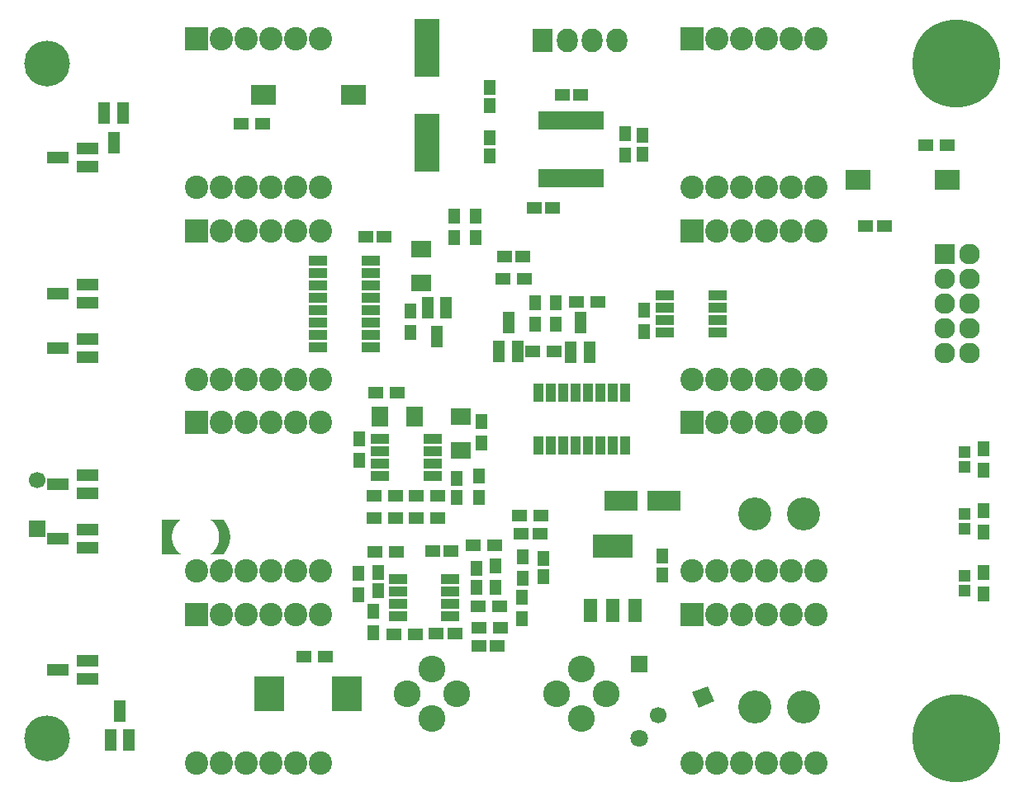
<source format=gbr>
G04 #@! TF.FileFunction,Soldermask,Top*
%FSLAX46Y46*%
G04 Gerber Fmt 4.6, Leading zero omitted, Abs format (unit mm)*
G04 Created by KiCad (PCBNEW 4.0.4-1.fc24-product) date Thu May  4 13:36:19 2017*
%MOMM*%
%LPD*%
G01*
G04 APERTURE LIST*
%ADD10C,0.100000*%
%ADD11R,1.300000X1.600000*%
%ADD12R,3.399740X2.000200*%
%ADD13R,2.500580X6.000700*%
%ADD14R,2.099260X1.700480*%
%ADD15R,1.700480X2.099260*%
%ADD16R,3.100000X3.600000*%
%ADD17R,1.600000X1.150000*%
%ADD18R,1.150000X1.600000*%
%ADD19R,1.197560X1.197560*%
%ADD20C,2.749500*%
%ADD21C,9.000000*%
%ADD22C,1.100000*%
%ADD23R,2.127200X2.127200*%
%ADD24O,2.127200X2.127200*%
%ADD25R,2.127200X2.432000*%
%ADD26O,2.127200X2.432000*%
%ADD27R,2.200860X1.200100*%
%ADD28R,1.200100X2.200860*%
%ADD29R,1.600000X1.300000*%
%ADD30R,4.057600X2.432000*%
%ADD31R,1.416000X2.432000*%
%ADD32R,1.950000X1.000000*%
%ADD33R,0.850000X1.850000*%
%ADD34R,1.000000X1.900000*%
%ADD35R,1.900000X1.000000*%
%ADD36C,1.700000*%
%ADD37R,1.700000X1.700000*%
%ADD38R,1.797000X1.797000*%
%ADD39C,1.797000*%
%ADD40R,2.580000X2.000000*%
%ADD41C,4.700000*%
%ADD42C,3.400000*%
%ADD43R,2.432000X2.432000*%
%ADD44C,2.400000*%
G04 APERTURE END LIST*
D10*
G36*
X63725408Y-95068160D02*
X63725408Y-98599796D01*
X65673403Y-98599796D01*
X68749184Y-95068160D01*
X68759418Y-95076380D01*
X68769629Y-95084643D01*
X68779817Y-95092951D01*
X68789980Y-95101309D01*
X68800117Y-95109718D01*
X68810227Y-95118182D01*
X68820309Y-95126704D01*
X68830362Y-95135287D01*
X68840384Y-95143935D01*
X68850374Y-95152649D01*
X68860332Y-95161433D01*
X68870255Y-95170291D01*
X68880144Y-95179225D01*
X68889996Y-95188238D01*
X68899811Y-95197334D01*
X68909588Y-95206515D01*
X68920099Y-95216504D01*
X68930531Y-95226527D01*
X68940884Y-95236583D01*
X68951157Y-95246674D01*
X68961351Y-95256797D01*
X68971466Y-95266955D01*
X68981501Y-95277146D01*
X68991457Y-95287371D01*
X69001334Y-95297630D01*
X69011131Y-95307922D01*
X69020850Y-95318248D01*
X69030488Y-95328608D01*
X69040048Y-95339001D01*
X69049528Y-95349428D01*
X69058929Y-95359889D01*
X69068251Y-95370383D01*
X69077493Y-95380911D01*
X69086656Y-95391473D01*
X69095739Y-95402068D01*
X69104744Y-95412697D01*
X69113669Y-95423360D01*
X69122514Y-95434056D01*
X69131281Y-95444786D01*
X69139968Y-95455550D01*
X69148576Y-95466347D01*
X69157104Y-95477178D01*
X69165553Y-95488043D01*
X69173923Y-95498942D01*
X69182213Y-95509874D01*
X69190425Y-95520839D01*
X69198556Y-95531839D01*
X69206609Y-95542872D01*
X69214582Y-95553938D01*
X69222476Y-95565039D01*
X69230291Y-95576172D01*
X69238026Y-95587340D01*
X69245682Y-95598541D01*
X69253258Y-95609776D01*
X69260756Y-95621045D01*
X69268173Y-95632347D01*
X69275512Y-95643683D01*
X69282771Y-95655052D01*
X69289951Y-95666456D01*
X69297052Y-95677892D01*
X69304073Y-95689363D01*
X69311015Y-95700867D01*
X69317878Y-95712405D01*
X69324661Y-95723976D01*
X69331366Y-95735581D01*
X69337990Y-95747220D01*
X69344536Y-95758892D01*
X69351002Y-95770598D01*
X69357388Y-95782338D01*
X69363696Y-95794111D01*
X69369924Y-95805918D01*
X69376073Y-95817758D01*
X69382142Y-95829632D01*
X69388132Y-95841540D01*
X69394043Y-95853481D01*
X69399874Y-95865456D01*
X69405627Y-95877465D01*
X69411299Y-95889507D01*
X69416893Y-95901583D01*
X69422407Y-95913693D01*
X69427842Y-95925836D01*
X69433197Y-95938013D01*
X69438473Y-95950223D01*
X69443670Y-95962467D01*
X69448788Y-95974745D01*
X69453826Y-95987056D01*
X69458785Y-95999401D01*
X69463664Y-96011779D01*
X69468464Y-96024191D01*
X69473185Y-96036637D01*
X69477827Y-96049116D01*
X69482389Y-96061629D01*
X69486872Y-96074176D01*
X69491275Y-96086756D01*
X69495599Y-96099370D01*
X69499844Y-96112017D01*
X69504010Y-96124698D01*
X69508096Y-96137413D01*
X69512103Y-96150161D01*
X69516030Y-96162943D01*
X69519878Y-96175758D01*
X69523647Y-96188607D01*
X69527337Y-96201490D01*
X69530947Y-96214406D01*
X69534477Y-96227356D01*
X69537929Y-96240339D01*
X69541301Y-96253356D01*
X69544594Y-96266407D01*
X69547807Y-96279491D01*
X69550941Y-96292609D01*
X69553996Y-96305760D01*
X69556972Y-96318945D01*
X69559868Y-96332163D01*
X69562685Y-96345416D01*
X69565422Y-96358701D01*
X69568080Y-96372021D01*
X69570659Y-96385374D01*
X69573158Y-96398760D01*
X69575578Y-96412180D01*
X69577919Y-96425634D01*
X69580180Y-96439121D01*
X69582362Y-96452642D01*
X69584465Y-96466196D01*
X69586488Y-96479784D01*
X69588432Y-96493406D01*
X69590297Y-96507061D01*
X69592082Y-96520750D01*
X69593788Y-96534472D01*
X69595415Y-96548228D01*
X69596962Y-96562018D01*
X69598430Y-96575841D01*
X69599819Y-96589697D01*
X69601128Y-96603587D01*
X69602358Y-96617511D01*
X69603508Y-96631468D01*
X69604580Y-96645459D01*
X69605572Y-96659484D01*
X69606484Y-96673542D01*
X69607317Y-96687633D01*
X69608071Y-96701759D01*
X69608746Y-96715917D01*
X69609341Y-96730110D01*
X69609856Y-96744335D01*
X69610293Y-96758595D01*
X69610650Y-96772888D01*
X69610928Y-96787214D01*
X69611126Y-96801574D01*
X69611245Y-96815968D01*
X69611285Y-96830395D01*
X69611245Y-96844934D01*
X69611126Y-96859436D01*
X69610929Y-96873902D01*
X69610652Y-96888332D01*
X69610295Y-96902726D01*
X69609860Y-96917084D01*
X69609346Y-96931406D01*
X69608752Y-96945691D01*
X69608079Y-96959940D01*
X69607327Y-96974154D01*
X69606496Y-96988331D01*
X69605586Y-97002472D01*
X69604597Y-97016577D01*
X69603528Y-97030646D01*
X69602380Y-97044678D01*
X69601154Y-97058675D01*
X69599848Y-97072635D01*
X69598462Y-97086559D01*
X69596998Y-97100447D01*
X69595455Y-97114299D01*
X69593832Y-97128115D01*
X69592130Y-97141895D01*
X69590350Y-97155639D01*
X69588490Y-97169346D01*
X69586550Y-97183017D01*
X69584532Y-97196653D01*
X69582435Y-97210252D01*
X69580258Y-97223815D01*
X69578002Y-97237342D01*
X69575667Y-97250832D01*
X69573253Y-97264287D01*
X69570760Y-97277706D01*
X69568188Y-97291088D01*
X69565536Y-97304434D01*
X69562805Y-97317744D01*
X69559996Y-97331018D01*
X69557107Y-97344256D01*
X69554138Y-97357458D01*
X69551091Y-97370624D01*
X69547965Y-97383753D01*
X69544759Y-97396846D01*
X69541474Y-97409904D01*
X69538110Y-97422925D01*
X69534667Y-97435910D01*
X69531145Y-97448859D01*
X69527544Y-97461772D01*
X69523863Y-97474648D01*
X69520104Y-97487489D01*
X69516265Y-97500293D01*
X69512347Y-97513062D01*
X69508350Y-97525794D01*
X69504274Y-97538490D01*
X69500118Y-97551150D01*
X69495884Y-97563774D01*
X69491570Y-97576362D01*
X69487177Y-97588913D01*
X69482705Y-97601429D01*
X69478154Y-97613908D01*
X69473523Y-97626351D01*
X69468814Y-97638759D01*
X69464025Y-97651130D01*
X69459157Y-97663465D01*
X69454211Y-97675763D01*
X69449184Y-97688026D01*
X69444079Y-97700253D01*
X69438895Y-97712443D01*
X69433631Y-97724598D01*
X69428289Y-97736716D01*
X69422867Y-97748798D01*
X69417366Y-97760844D01*
X69411786Y-97772854D01*
X69406126Y-97784828D01*
X69400388Y-97796766D01*
X69394570Y-97808667D01*
X69388673Y-97820533D01*
X69382697Y-97832362D01*
X69376642Y-97844155D01*
X69370508Y-97855913D01*
X69364295Y-97867634D01*
X69358002Y-97879319D01*
X69351630Y-97890967D01*
X69345180Y-97902580D01*
X69338650Y-97914157D01*
X69332040Y-97925697D01*
X69325352Y-97937202D01*
X69318585Y-97948670D01*
X69311738Y-97960102D01*
X69304812Y-97971498D01*
X69297807Y-97982858D01*
X69290723Y-97994182D01*
X69283560Y-98005470D01*
X69276318Y-98016722D01*
X69268996Y-98027937D01*
X69261595Y-98039117D01*
X69254115Y-98050260D01*
X69246556Y-98061367D01*
X69238918Y-98072439D01*
X69231201Y-98083474D01*
X69223404Y-98094473D01*
X69215529Y-98105435D01*
X69207574Y-98116362D01*
X69199540Y-98127253D01*
X69191427Y-98138107D01*
X69183235Y-98148926D01*
X69174963Y-98159708D01*
X69166613Y-98170455D01*
X69158183Y-98181165D01*
X69149674Y-98191839D01*
X69141086Y-98202477D01*
X69132419Y-98213079D01*
X69123673Y-98223644D01*
X69114847Y-98234174D01*
X69105942Y-98244668D01*
X69096959Y-98255125D01*
X69087896Y-98265546D01*
X69078754Y-98275932D01*
X69069532Y-98286281D01*
X69060232Y-98296594D01*
X69050852Y-98306871D01*
X69041394Y-98317112D01*
X69031856Y-98327317D01*
X69022239Y-98337485D01*
X69012542Y-98347618D01*
X69002767Y-98357715D01*
X68992913Y-98367775D01*
X68982979Y-98377799D01*
X68972966Y-98387788D01*
X68962874Y-98397740D01*
X68952703Y-98407656D01*
X68942453Y-98417536D01*
X68932123Y-98427380D01*
X68921715Y-98437188D01*
X68911306Y-98446819D01*
X68900874Y-98456378D01*
X68890419Y-98465863D01*
X68879940Y-98475276D01*
X68869437Y-98484617D01*
X68858909Y-98493888D01*
X68848356Y-98503087D01*
X68837777Y-98512217D01*
X68827172Y-98521277D01*
X68816539Y-98530268D01*
X68805879Y-98539192D01*
X68795191Y-98548047D01*
X68784474Y-98556836D01*
X68773728Y-98565558D01*
X68762953Y-98574215D01*
X68752147Y-98582806D01*
X68741310Y-98591333D01*
X68730443Y-98599796D01*
X70057769Y-98599796D01*
X70066481Y-98588744D01*
X70075152Y-98577667D01*
X70083782Y-98566564D01*
X70092370Y-98555436D01*
X70100917Y-98544282D01*
X70109421Y-98533103D01*
X70117883Y-98521899D01*
X70126302Y-98510669D01*
X70134678Y-98499415D01*
X70143011Y-98488136D01*
X70151300Y-98476831D01*
X70159545Y-98465502D01*
X70167745Y-98454148D01*
X70175901Y-98442769D01*
X70184012Y-98431365D01*
X70192078Y-98419937D01*
X70200098Y-98408484D01*
X70208073Y-98397007D01*
X70216001Y-98385505D01*
X70223882Y-98373979D01*
X70231717Y-98362429D01*
X70239505Y-98350854D01*
X70247245Y-98339256D01*
X70254937Y-98327633D01*
X70262582Y-98315986D01*
X70270178Y-98304315D01*
X70277725Y-98292621D01*
X70285223Y-98280902D01*
X70292672Y-98269160D01*
X70300072Y-98257394D01*
X70307421Y-98245604D01*
X70314720Y-98233791D01*
X70321969Y-98221955D01*
X70329167Y-98210095D01*
X70336313Y-98198211D01*
X70343408Y-98186304D01*
X70350452Y-98174375D01*
X70357443Y-98162421D01*
X70364382Y-98150445D01*
X70371268Y-98138446D01*
X70378101Y-98126424D01*
X70384881Y-98114379D01*
X70391607Y-98102311D01*
X70398279Y-98090220D01*
X70404896Y-98078107D01*
X70411460Y-98065971D01*
X70417968Y-98053813D01*
X70424421Y-98041632D01*
X70430818Y-98029428D01*
X70437160Y-98017203D01*
X70443446Y-98004954D01*
X70449675Y-97992684D01*
X70455847Y-97980392D01*
X70461962Y-97968077D01*
X70468020Y-97955741D01*
X70474020Y-97943382D01*
X70479962Y-97931002D01*
X70485846Y-97918600D01*
X70491671Y-97906176D01*
X70497437Y-97893730D01*
X70503144Y-97881263D01*
X70508791Y-97868774D01*
X70514379Y-97856263D01*
X70519906Y-97843732D01*
X70525373Y-97831178D01*
X70530779Y-97818604D01*
X70536123Y-97806008D01*
X70541407Y-97793392D01*
X70546628Y-97780754D01*
X70551788Y-97768095D01*
X70556885Y-97755415D01*
X70561919Y-97742714D01*
X70566891Y-97729993D01*
X70571799Y-97717250D01*
X70576644Y-97704487D01*
X70581424Y-97691704D01*
X70586141Y-97678899D01*
X70590792Y-97666075D01*
X70595379Y-97653230D01*
X70599901Y-97640364D01*
X70604357Y-97627478D01*
X70608748Y-97614572D01*
X70613072Y-97601646D01*
X70617330Y-97588700D01*
X70621521Y-97575734D01*
X70625646Y-97562747D01*
X70629703Y-97549741D01*
X70633692Y-97536715D01*
X70637613Y-97523670D01*
X70641466Y-97510604D01*
X70645250Y-97497519D01*
X70648966Y-97484415D01*
X70652612Y-97471291D01*
X70656189Y-97458147D01*
X70659695Y-97444984D01*
X70663132Y-97431802D01*
X70666498Y-97418601D01*
X70669794Y-97405380D01*
X70673018Y-97392141D01*
X70676171Y-97378882D01*
X70679252Y-97365604D01*
X70682262Y-97352308D01*
X70685198Y-97338993D01*
X70688063Y-97325658D01*
X70690854Y-97312306D01*
X70693572Y-97298934D01*
X70696217Y-97285544D01*
X70698787Y-97272136D01*
X70701284Y-97258709D01*
X70703706Y-97245264D01*
X70706053Y-97231800D01*
X70708325Y-97218319D01*
X70710521Y-97204819D01*
X70712642Y-97191301D01*
X70714687Y-97177765D01*
X70716655Y-97164211D01*
X70718546Y-97150639D01*
X70720361Y-97137049D01*
X70722098Y-97123442D01*
X70723758Y-97109817D01*
X70725340Y-97096174D01*
X70726844Y-97082514D01*
X70728268Y-97068836D01*
X70729615Y-97055141D01*
X70730882Y-97041428D01*
X70732069Y-97027699D01*
X70733177Y-97013951D01*
X70734204Y-97000187D01*
X70735151Y-96986406D01*
X70736018Y-96972608D01*
X70736803Y-96958792D01*
X70737507Y-96944960D01*
X70738130Y-96931111D01*
X70738670Y-96917245D01*
X70739128Y-96903363D01*
X70739504Y-96889464D01*
X70739796Y-96875548D01*
X70740006Y-96861616D01*
X70740132Y-96847667D01*
X70740174Y-96833702D01*
X70740132Y-96819829D01*
X70740009Y-96805969D01*
X70739803Y-96792122D01*
X70739516Y-96778289D01*
X70739147Y-96764469D01*
X70738697Y-96750663D01*
X70738166Y-96736871D01*
X70737555Y-96723093D01*
X70736863Y-96709328D01*
X70736092Y-96695578D01*
X70735240Y-96681842D01*
X70734310Y-96668120D01*
X70733300Y-96654412D01*
X70732212Y-96640720D01*
X70731045Y-96627041D01*
X70729800Y-96613378D01*
X70728478Y-96599729D01*
X70727077Y-96586095D01*
X70725600Y-96572476D01*
X70724046Y-96558873D01*
X70722414Y-96545285D01*
X70720707Y-96531712D01*
X70718924Y-96518154D01*
X70717065Y-96504612D01*
X70715130Y-96491086D01*
X70713120Y-96477576D01*
X70711036Y-96464081D01*
X70708877Y-96450603D01*
X70706643Y-96437141D01*
X70704336Y-96423695D01*
X70701955Y-96410265D01*
X70699501Y-96396852D01*
X70696974Y-96383455D01*
X70694374Y-96370075D01*
X70691702Y-96356712D01*
X70688957Y-96343365D01*
X70686141Y-96330036D01*
X70683253Y-96316723D01*
X70680294Y-96303428D01*
X70677264Y-96290150D01*
X70674163Y-96276890D01*
X70670992Y-96263647D01*
X70667751Y-96250422D01*
X70664441Y-96237214D01*
X70661061Y-96224024D01*
X70657611Y-96210853D01*
X70654093Y-96197699D01*
X70650507Y-96184563D01*
X70646852Y-96171446D01*
X70643129Y-96158347D01*
X70639339Y-96145267D01*
X70635481Y-96132205D01*
X70631557Y-96119162D01*
X70627565Y-96106138D01*
X70623507Y-96093132D01*
X70619384Y-96080146D01*
X70615194Y-96067178D01*
X70610939Y-96054230D01*
X70606618Y-96041302D01*
X70602233Y-96028393D01*
X70597783Y-96015503D01*
X70593268Y-96002633D01*
X70588690Y-95989783D01*
X70584048Y-95976952D01*
X70579343Y-95964142D01*
X70574574Y-95951351D01*
X70569743Y-95938581D01*
X70564849Y-95925832D01*
X70559893Y-95913102D01*
X70554875Y-95900393D01*
X70549795Y-95887705D01*
X70544654Y-95875038D01*
X70539452Y-95862391D01*
X70534190Y-95849765D01*
X70528867Y-95837161D01*
X70523483Y-95824577D01*
X70518041Y-95812015D01*
X70512538Y-95799474D01*
X70506976Y-95786955D01*
X70501356Y-95774457D01*
X70495677Y-95761981D01*
X70489939Y-95749527D01*
X70484144Y-95737094D01*
X70478291Y-95724684D01*
X70472380Y-95712296D01*
X70466412Y-95699930D01*
X70460388Y-95687586D01*
X70454307Y-95675265D01*
X70448170Y-95662966D01*
X70441977Y-95650690D01*
X70435728Y-95638437D01*
X70429424Y-95626207D01*
X70423065Y-95614000D01*
X70416651Y-95601815D01*
X70410183Y-95589654D01*
X70403661Y-95577517D01*
X70397085Y-95565402D01*
X70390456Y-95553312D01*
X70383773Y-95541245D01*
X70377037Y-95529201D01*
X70370249Y-95517182D01*
X70363409Y-95505186D01*
X70356516Y-95493214D01*
X70349572Y-95481267D01*
X70342577Y-95469344D01*
X70335530Y-95457445D01*
X70328433Y-95445571D01*
X70321285Y-95433721D01*
X70314087Y-95421896D01*
X70306839Y-95410096D01*
X70299541Y-95398321D01*
X70292194Y-95386571D01*
X70284798Y-95374846D01*
X70277354Y-95363146D01*
X70269861Y-95351471D01*
X70262320Y-95339822D01*
X70254731Y-95328199D01*
X70247095Y-95316601D01*
X70239411Y-95305029D01*
X70231681Y-95293483D01*
X70223904Y-95281963D01*
X70216081Y-95270469D01*
X70208212Y-95259001D01*
X70200297Y-95247559D01*
X70192337Y-95236144D01*
X70184331Y-95224755D01*
X70176281Y-95213393D01*
X70168187Y-95202058D01*
X70160048Y-95190750D01*
X70151865Y-95179468D01*
X70143639Y-95168214D01*
X70135369Y-95156987D01*
X70127057Y-95145787D01*
X70118702Y-95134614D01*
X70110304Y-95123469D01*
X70101864Y-95112352D01*
X70093383Y-95101262D01*
X70084860Y-95090200D01*
X70076296Y-95079166D01*
X70067691Y-95068160D01*
X68749184Y-95068160D01*
X65673403Y-98599796D01*
X65663103Y-98591610D01*
X65652830Y-98583362D01*
X65642586Y-98575050D01*
X65632368Y-98566676D01*
X65622177Y-98558238D01*
X65612014Y-98549737D01*
X65601876Y-98541172D01*
X65591765Y-98532543D01*
X65581680Y-98523851D01*
X65571621Y-98515093D01*
X65561588Y-98506272D01*
X65551580Y-98497386D01*
X65541597Y-98488435D01*
X65531640Y-98479419D01*
X65521706Y-98470337D01*
X65511798Y-98461190D01*
X65501913Y-98451978D01*
X65492053Y-98442700D01*
X65481360Y-98432540D01*
X65470747Y-98422350D01*
X65460215Y-98412131D01*
X65449763Y-98401882D01*
X65439393Y-98391603D01*
X65429103Y-98381294D01*
X65418894Y-98370956D01*
X65408765Y-98360589D01*
X65398717Y-98350191D01*
X65388750Y-98339764D01*
X65378864Y-98329307D01*
X65369058Y-98318821D01*
X65359333Y-98308305D01*
X65349688Y-98297759D01*
X65340125Y-98287183D01*
X65330642Y-98276578D01*
X65321240Y-98265943D01*
X65311918Y-98255278D01*
X65302677Y-98244584D01*
X65293517Y-98233860D01*
X65284437Y-98223106D01*
X65275439Y-98212323D01*
X65266521Y-98201510D01*
X65257683Y-98190667D01*
X65248927Y-98179795D01*
X65240251Y-98168892D01*
X65231655Y-98157961D01*
X65223141Y-98146999D01*
X65214707Y-98136008D01*
X65206354Y-98124987D01*
X65198081Y-98113936D01*
X65189889Y-98102855D01*
X65181778Y-98091745D01*
X65173748Y-98080605D01*
X65165798Y-98069436D01*
X65157929Y-98058237D01*
X65150141Y-98047007D01*
X65142433Y-98035749D01*
X65134806Y-98024460D01*
X65127260Y-98013142D01*
X65119795Y-98001794D01*
X65112410Y-97990416D01*
X65105106Y-97979009D01*
X65097882Y-97967572D01*
X65090740Y-97956105D01*
X65083678Y-97944608D01*
X65076697Y-97933082D01*
X65069796Y-97921526D01*
X65062976Y-97909940D01*
X65056237Y-97898325D01*
X65049578Y-97886679D01*
X65043001Y-97875004D01*
X65036504Y-97863300D01*
X65030087Y-97851565D01*
X65023752Y-97839801D01*
X65017497Y-97828007D01*
X65011322Y-97816183D01*
X65005229Y-97804329D01*
X64999216Y-97792446D01*
X64993284Y-97780533D01*
X64987432Y-97768590D01*
X64981662Y-97756617D01*
X64975972Y-97744615D01*
X64970362Y-97732583D01*
X64964834Y-97720521D01*
X64959386Y-97708430D01*
X64954019Y-97696308D01*
X64948732Y-97684157D01*
X64943526Y-97671976D01*
X64938401Y-97659765D01*
X64933357Y-97647525D01*
X64928393Y-97635254D01*
X64923510Y-97622954D01*
X64918708Y-97610625D01*
X64913986Y-97598265D01*
X64909346Y-97585875D01*
X64904785Y-97573456D01*
X64900306Y-97561007D01*
X64895907Y-97548529D01*
X64891589Y-97536020D01*
X64887352Y-97523482D01*
X64883195Y-97510913D01*
X64879119Y-97498316D01*
X64875124Y-97485688D01*
X64871210Y-97473030D01*
X64867376Y-97460343D01*
X64863623Y-97447626D01*
X64859951Y-97434879D01*
X64856359Y-97422102D01*
X64852848Y-97409296D01*
X64849418Y-97396459D01*
X64846068Y-97383593D01*
X64842799Y-97370697D01*
X64839611Y-97357771D01*
X64836504Y-97344816D01*
X64833477Y-97331830D01*
X64830531Y-97318815D01*
X64827666Y-97305770D01*
X64824881Y-97292695D01*
X64822177Y-97279590D01*
X64819554Y-97266456D01*
X64817012Y-97253292D01*
X64814550Y-97240097D01*
X64812169Y-97226873D01*
X64809869Y-97213620D01*
X64807649Y-97200336D01*
X64805510Y-97187022D01*
X64803452Y-97173679D01*
X64801475Y-97160306D01*
X64799578Y-97146903D01*
X64797762Y-97133470D01*
X64796027Y-97120007D01*
X64794372Y-97106515D01*
X64792798Y-97092993D01*
X64791305Y-97079440D01*
X64789892Y-97065858D01*
X64788561Y-97052246D01*
X64787309Y-97038605D01*
X64786139Y-97024933D01*
X64785049Y-97011232D01*
X64784041Y-96997500D01*
X64783112Y-96983739D01*
X64782265Y-96969948D01*
X64781498Y-96956127D01*
X64780812Y-96942276D01*
X64780207Y-96928396D01*
X64779682Y-96914485D01*
X64779238Y-96900545D01*
X64778875Y-96886575D01*
X64778592Y-96872575D01*
X64778391Y-96858545D01*
X64778270Y-96844485D01*
X64778229Y-96830395D01*
X64778270Y-96816308D01*
X64778391Y-96802249D01*
X64778592Y-96788219D01*
X64778875Y-96774217D01*
X64779238Y-96760243D01*
X64779682Y-96746298D01*
X64780207Y-96732382D01*
X64780812Y-96718493D01*
X64781498Y-96704634D01*
X64782265Y-96690803D01*
X64783112Y-96677000D01*
X64784041Y-96663225D01*
X64785049Y-96649480D01*
X64786139Y-96635762D01*
X64787309Y-96622073D01*
X64788561Y-96608413D01*
X64789892Y-96594781D01*
X64791305Y-96581177D01*
X64792798Y-96567602D01*
X64794372Y-96554055D01*
X64796027Y-96540537D01*
X64797762Y-96527047D01*
X64799578Y-96513586D01*
X64801475Y-96500153D01*
X64803452Y-96486748D01*
X64805510Y-96473372D01*
X64807649Y-96460025D01*
X64809869Y-96446706D01*
X64812169Y-96433415D01*
X64814550Y-96420153D01*
X64817012Y-96406919D01*
X64819554Y-96393714D01*
X64822177Y-96380537D01*
X64824881Y-96367389D01*
X64827666Y-96354269D01*
X64830531Y-96341177D01*
X64833477Y-96328114D01*
X64836504Y-96315079D01*
X64839611Y-96302073D01*
X64842799Y-96289096D01*
X64846068Y-96276146D01*
X64849418Y-96263226D01*
X64852848Y-96250333D01*
X64856359Y-96237469D01*
X64859951Y-96224634D01*
X64863623Y-96211827D01*
X64867376Y-96199048D01*
X64871210Y-96186298D01*
X64875124Y-96173577D01*
X64879119Y-96160883D01*
X64883195Y-96148219D01*
X64887352Y-96135582D01*
X64891589Y-96122974D01*
X64895907Y-96110395D01*
X64900306Y-96097844D01*
X64904785Y-96085322D01*
X64909346Y-96072827D01*
X64913986Y-96060362D01*
X64918708Y-96047925D01*
X64923510Y-96035516D01*
X64928393Y-96023136D01*
X64933357Y-96010784D01*
X64938401Y-95998461D01*
X64943526Y-95986166D01*
X64948732Y-95973899D01*
X64954019Y-95961661D01*
X64959386Y-95949452D01*
X64964834Y-95937270D01*
X64970362Y-95925118D01*
X64975972Y-95912993D01*
X64981662Y-95900898D01*
X64987432Y-95888830D01*
X64993284Y-95876791D01*
X64999216Y-95864781D01*
X65005229Y-95852799D01*
X65011322Y-95840845D01*
X65017497Y-95828920D01*
X65023752Y-95817024D01*
X65030087Y-95805155D01*
X65036504Y-95793316D01*
X65043001Y-95781504D01*
X65049578Y-95769722D01*
X65056237Y-95757967D01*
X65062976Y-95746241D01*
X65069796Y-95734544D01*
X65076697Y-95722875D01*
X65083678Y-95711234D01*
X65090740Y-95699622D01*
X65097882Y-95688038D01*
X65105106Y-95676483D01*
X65112410Y-95664956D01*
X65119795Y-95653457D01*
X65127260Y-95641988D01*
X65134806Y-95630546D01*
X65142433Y-95619133D01*
X65150141Y-95607748D01*
X65157929Y-95596392D01*
X65165798Y-95585064D01*
X65173748Y-95573765D01*
X65181778Y-95562494D01*
X65189889Y-95551252D01*
X65198081Y-95540038D01*
X65206354Y-95528853D01*
X65214707Y-95517696D01*
X65223141Y-95506567D01*
X65231655Y-95495467D01*
X65240251Y-95484395D01*
X65248927Y-95473352D01*
X65257683Y-95462337D01*
X65266521Y-95451351D01*
X65275439Y-95440393D01*
X65284437Y-95429463D01*
X65293517Y-95418562D01*
X65302677Y-95407690D01*
X65311918Y-95396845D01*
X65321240Y-95386030D01*
X65330642Y-95375243D01*
X65340125Y-95364484D01*
X65349688Y-95353753D01*
X65359333Y-95343051D01*
X65369058Y-95332378D01*
X65378864Y-95321733D01*
X65388750Y-95311116D01*
X65398717Y-95300528D01*
X65408765Y-95289968D01*
X65418894Y-95279437D01*
X65429103Y-95268934D01*
X65439393Y-95258460D01*
X65449763Y-95248014D01*
X65460215Y-95237597D01*
X65470747Y-95227208D01*
X65481360Y-95216847D01*
X65492053Y-95206515D01*
X65502384Y-95196730D01*
X65512755Y-95187040D01*
X65523166Y-95177442D01*
X65533616Y-95167932D01*
X65544103Y-95158506D01*
X65554626Y-95149162D01*
X65565184Y-95139895D01*
X65575777Y-95130703D01*
X65586403Y-95121582D01*
X65597062Y-95112529D01*
X65607752Y-95103540D01*
X65618472Y-95094612D01*
X65629221Y-95085742D01*
X65639998Y-95076925D01*
X65650803Y-95068160D01*
X63725408Y-95068160D01*
X63725408Y-95068160D01*
G37*
D11*
X147955000Y-100500000D03*
X147955000Y-102700000D03*
D12*
X110792260Y-93129100D03*
X115191540Y-93129100D03*
D13*
X90881200Y-46662340D03*
X90881200Y-56360060D03*
D14*
X90322400Y-70787260D03*
X90322400Y-67287140D03*
X94361000Y-87983060D03*
X94361000Y-84482940D03*
D15*
X86133940Y-84455000D03*
X89634060Y-84455000D03*
D16*
X82690000Y-112903000D03*
X74790000Y-112903000D03*
D17*
X137805200Y-64884300D03*
X135905200Y-64884300D03*
X86522600Y-65989200D03*
X84622600Y-65989200D03*
X91506000Y-98298000D03*
X93406000Y-98298000D03*
X101920000Y-63042800D03*
X103820000Y-63042800D03*
X106690200Y-51460400D03*
X104790200Y-51460400D03*
X96255800Y-107975400D03*
X98155800Y-107975400D03*
X98872000Y-68046600D03*
X100772000Y-68046600D03*
D18*
X115062000Y-98795800D03*
X115062000Y-100695800D03*
X113030000Y-55615800D03*
X113030000Y-57515800D03*
X97332800Y-57744400D03*
X97332800Y-55844400D03*
X97383600Y-50662800D03*
X97383600Y-52562800D03*
D17*
X102486500Y-96520000D03*
X100586500Y-96520000D03*
D18*
X102819200Y-99024400D03*
X102819200Y-100924400D03*
X96012000Y-100078500D03*
X96012000Y-101978500D03*
X85953600Y-100459500D03*
X85953600Y-102359500D03*
D17*
X91861600Y-106743500D03*
X93761600Y-106743500D03*
D18*
X93980000Y-90871000D03*
X93980000Y-92771000D03*
D19*
X146050000Y-102349300D03*
X146050000Y-100850700D03*
X146050000Y-89649300D03*
X146050000Y-88150700D03*
X146050000Y-95999300D03*
X146050000Y-94500700D03*
D20*
X93939360Y-112903000D03*
X88859360Y-112903000D03*
X104178100Y-112903000D03*
X109258100Y-112903000D03*
X91399360Y-115443000D03*
X91399360Y-110363000D03*
X106718100Y-115443000D03*
X106718100Y-110363000D03*
D21*
X145161000Y-117475000D03*
D22*
X148386000Y-117475000D03*
X147441419Y-119755419D03*
X145161000Y-120700000D03*
X142880581Y-119755419D03*
X141936000Y-117475000D03*
X142880581Y-115194581D03*
X145161000Y-114250000D03*
X147441419Y-115194581D03*
D21*
X145161000Y-48260000D03*
D22*
X148386000Y-48260000D03*
X147441419Y-50540419D03*
X145161000Y-51485000D03*
X142880581Y-50540419D03*
X141936000Y-48260000D03*
X142880581Y-45979581D03*
X145161000Y-45035000D03*
X147441419Y-45979581D03*
D23*
X144018000Y-67818000D03*
D24*
X146558000Y-67818000D03*
X144018000Y-70358000D03*
X146558000Y-70358000D03*
X144018000Y-72898000D03*
X146558000Y-72898000D03*
X144018000Y-75438000D03*
X146558000Y-75438000D03*
X144018000Y-77978000D03*
X146558000Y-77978000D03*
D25*
X102743000Y-45847000D03*
D26*
X105283000Y-45847000D03*
X107823000Y-45847000D03*
X110363000Y-45847000D03*
D27*
X56111140Y-78420000D03*
X56111140Y-76520000D03*
X53108860Y-77470000D03*
X56111140Y-92390000D03*
X56111140Y-90490000D03*
X53108860Y-91440000D03*
D28*
X58486000Y-117706140D03*
X60386000Y-117706140D03*
X59436000Y-114703860D03*
D27*
X56111140Y-72832000D03*
X56111140Y-70932000D03*
X53108860Y-71882000D03*
X56111140Y-111440000D03*
X56111140Y-109540000D03*
X53108860Y-110490000D03*
D28*
X59751000Y-53362860D03*
X57851000Y-53362860D03*
X58801000Y-56365140D03*
D27*
X56111140Y-97978000D03*
X56111140Y-96078000D03*
X53108860Y-97028000D03*
X56111140Y-58862000D03*
X56111140Y-56962000D03*
X53108860Y-57912000D03*
D28*
X92898000Y-73276460D03*
X90998000Y-73276460D03*
X91948000Y-76278740D03*
X105679200Y-77853540D03*
X107579200Y-77853540D03*
X106629200Y-74851260D03*
X98313200Y-77802740D03*
X100213200Y-77802740D03*
X99263200Y-74800460D03*
D29*
X74112300Y-54457600D03*
X71912300Y-54457600D03*
X144229000Y-56642000D03*
X142029000Y-56642000D03*
D11*
X111201200Y-57665800D03*
X111201200Y-55465800D03*
X113157000Y-73576000D03*
X113157000Y-75776000D03*
D29*
X98722000Y-70358000D03*
X100922000Y-70358000D03*
X102573000Y-94615000D03*
X100373000Y-94615000D03*
D11*
X100711000Y-98849000D03*
X100711000Y-101049000D03*
X100647500Y-105240000D03*
X100647500Y-103040000D03*
D29*
X95674000Y-97663000D03*
X97874000Y-97663000D03*
X87495200Y-106794300D03*
X89695200Y-106794300D03*
D11*
X97917000Y-99801500D03*
X97917000Y-102001500D03*
X85394800Y-104475100D03*
X85394800Y-106675100D03*
D29*
X87764800Y-98399600D03*
X85564800Y-98399600D03*
X80475000Y-109093000D03*
X78275000Y-109093000D03*
D11*
X83921600Y-100601600D03*
X83921600Y-102801600D03*
D29*
X98445500Y-106172000D03*
X96245500Y-106172000D03*
X96182000Y-103949500D03*
X98382000Y-103949500D03*
D11*
X89204800Y-73677600D03*
X89204800Y-75877600D03*
X96520000Y-87206000D03*
X96520000Y-85006000D03*
X83947000Y-88984000D03*
X83947000Y-86784000D03*
X147955000Y-87800000D03*
X147955000Y-90000000D03*
X147955000Y-94150000D03*
X147955000Y-96350000D03*
X104140000Y-72814000D03*
X104140000Y-75014000D03*
X101981000Y-72814000D03*
X101981000Y-75014000D03*
X95885000Y-63924000D03*
X95885000Y-66124000D03*
X93726000Y-63924000D03*
X93726000Y-66124000D03*
D30*
X109982000Y-97739200D03*
D31*
X109982000Y-104343200D03*
X112268000Y-104343200D03*
X107696000Y-104343200D03*
D32*
X115283000Y-72009000D03*
X115283000Y-73279000D03*
X115283000Y-74549000D03*
X115283000Y-75819000D03*
X120683000Y-75819000D03*
X120683000Y-74549000D03*
X120683000Y-73279000D03*
X120683000Y-72009000D03*
D33*
X102739000Y-59973000D03*
X103389000Y-59973000D03*
X104039000Y-59973000D03*
X104689000Y-59973000D03*
X105339000Y-59973000D03*
X105989000Y-59973000D03*
X106639000Y-59973000D03*
X107289000Y-59973000D03*
X107939000Y-59973000D03*
X108589000Y-59973000D03*
X108589000Y-54073000D03*
X107939000Y-54073000D03*
X107289000Y-54073000D03*
X106639000Y-54073000D03*
X105989000Y-54073000D03*
X105339000Y-54073000D03*
X104689000Y-54073000D03*
X104039000Y-54073000D03*
X103389000Y-54073000D03*
X102739000Y-54073000D03*
D32*
X87927200Y-101130100D03*
X87927200Y-102400100D03*
X87927200Y-103670100D03*
X87927200Y-104940100D03*
X93327200Y-104940100D03*
X93327200Y-103670100D03*
X93327200Y-102400100D03*
X93327200Y-101130100D03*
D34*
X111252000Y-82009000D03*
X109982000Y-82009000D03*
X108712000Y-82009000D03*
X107442000Y-82009000D03*
X106172000Y-82009000D03*
X104902000Y-82009000D03*
X103632000Y-82009000D03*
X102362000Y-82009000D03*
X102362000Y-87409000D03*
X103632000Y-87409000D03*
X104902000Y-87409000D03*
X106172000Y-87409000D03*
X107442000Y-87409000D03*
X108712000Y-87409000D03*
X109982000Y-87409000D03*
X111252000Y-87409000D03*
D32*
X86073000Y-86741000D03*
X86073000Y-88011000D03*
X86073000Y-89281000D03*
X86073000Y-90551000D03*
X91473000Y-90551000D03*
X91473000Y-89281000D03*
X91473000Y-88011000D03*
X91473000Y-86741000D03*
D35*
X79723000Y-68453000D03*
X79723000Y-69723000D03*
X79723000Y-70993000D03*
X79723000Y-72263000D03*
X79723000Y-73533000D03*
X79723000Y-74803000D03*
X79723000Y-76073000D03*
X79723000Y-77343000D03*
X85123000Y-77343000D03*
X85123000Y-76073000D03*
X85123000Y-74803000D03*
X85123000Y-73533000D03*
X85123000Y-72263000D03*
X85123000Y-70993000D03*
X85123000Y-69723000D03*
X85123000Y-68453000D03*
D11*
X96266000Y-92794000D03*
X96266000Y-90594000D03*
D29*
X89832000Y-94932500D03*
X92032000Y-94932500D03*
X92032000Y-92646500D03*
X89832000Y-92646500D03*
X87714000Y-94932500D03*
X85514000Y-94932500D03*
X85514000Y-92646500D03*
X87714000Y-92646500D03*
X87904500Y-82042000D03*
X85704500Y-82042000D03*
X106240400Y-72694800D03*
X108440400Y-72694800D03*
X101719200Y-77825600D03*
X103919200Y-77825600D03*
D10*
G36*
X119710017Y-112139421D02*
X120360579Y-113710017D01*
X118789983Y-114360579D01*
X118139421Y-112789983D01*
X119710017Y-112139421D01*
X119710017Y-112139421D01*
G37*
D36*
X114630602Y-115163417D03*
D37*
X50927000Y-96012000D03*
D36*
X50927000Y-91012000D03*
D38*
X112649000Y-109855000D03*
D39*
X112649000Y-117475000D03*
D40*
X144302430Y-60200320D03*
X135097570Y-60195680D03*
X83367830Y-51475420D03*
X74162970Y-51470780D03*
D41*
X52000000Y-48260000D03*
X52000000Y-117475000D03*
D42*
X124500000Y-114250000D03*
X129500000Y-114250000D03*
X124500000Y-94500000D03*
X129500000Y-94500000D03*
D43*
X67310000Y-45720000D03*
D44*
X69850000Y-45720000D03*
X72390000Y-45720000D03*
X74930000Y-45720000D03*
X77470000Y-45720000D03*
X80010000Y-45720000D03*
X74930000Y-60960000D03*
X77470000Y-60960000D03*
X67310000Y-60960000D03*
X69850000Y-60960000D03*
X80010000Y-60960000D03*
X72390000Y-60960000D03*
D43*
X118110000Y-65405000D03*
D44*
X120650000Y-65405000D03*
X123190000Y-65405000D03*
X125730000Y-65405000D03*
X128270000Y-65405000D03*
X130810000Y-65405000D03*
X125730000Y-80645000D03*
X128270000Y-80645000D03*
X118110000Y-80645000D03*
X120650000Y-80645000D03*
X130810000Y-80645000D03*
X123190000Y-80645000D03*
D43*
X118110000Y-104775000D03*
D44*
X120650000Y-104775000D03*
X123190000Y-104775000D03*
X125730000Y-104775000D03*
X128270000Y-104775000D03*
X130810000Y-104775000D03*
X125730000Y-120015000D03*
X128270000Y-120015000D03*
X118110000Y-120015000D03*
X120650000Y-120015000D03*
X130810000Y-120015000D03*
X123190000Y-120015000D03*
D43*
X67310000Y-85090000D03*
D44*
X69850000Y-85090000D03*
X72390000Y-85090000D03*
X74930000Y-85090000D03*
X77470000Y-85090000D03*
X80010000Y-85090000D03*
X74930000Y-100330000D03*
X77470000Y-100330000D03*
X67310000Y-100330000D03*
X69850000Y-100330000D03*
X80010000Y-100330000D03*
X72390000Y-100330000D03*
D43*
X67310000Y-65405000D03*
D44*
X69850000Y-65405000D03*
X72390000Y-65405000D03*
X74930000Y-65405000D03*
X77470000Y-65405000D03*
X80010000Y-65405000D03*
X74930000Y-80645000D03*
X77470000Y-80645000D03*
X67310000Y-80645000D03*
X69850000Y-80645000D03*
X80010000Y-80645000D03*
X72390000Y-80645000D03*
D43*
X67310000Y-104775000D03*
D44*
X69850000Y-104775000D03*
X72390000Y-104775000D03*
X74930000Y-104775000D03*
X77470000Y-104775000D03*
X80010000Y-104775000D03*
X74930000Y-120015000D03*
X77470000Y-120015000D03*
X67310000Y-120015000D03*
X69850000Y-120015000D03*
X80010000Y-120015000D03*
X72390000Y-120015000D03*
D43*
X118110000Y-85090000D03*
D44*
X120650000Y-85090000D03*
X123190000Y-85090000D03*
X125730000Y-85090000D03*
X128270000Y-85090000D03*
X130810000Y-85090000D03*
X125730000Y-100330000D03*
X128270000Y-100330000D03*
X118110000Y-100330000D03*
X120650000Y-100330000D03*
X130810000Y-100330000D03*
X123190000Y-100330000D03*
D43*
X118110000Y-45720000D03*
D44*
X120650000Y-45720000D03*
X123190000Y-45720000D03*
X125730000Y-45720000D03*
X128270000Y-45720000D03*
X130810000Y-45720000D03*
X125730000Y-60960000D03*
X128270000Y-60960000D03*
X118110000Y-60960000D03*
X120650000Y-60960000D03*
X130810000Y-60960000D03*
X123190000Y-60960000D03*
M02*

</source>
